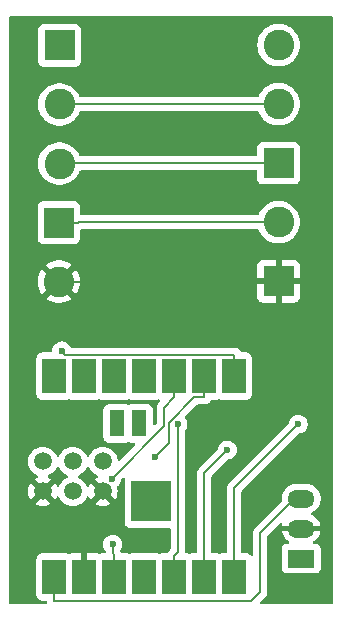
<source format=gbr>
%TF.GenerationSoftware,KiCad,Pcbnew,8.0.6-8.0.6-0~ubuntu24.04.1*%
%TF.CreationDate,2024-10-21T11:40:19+11:00*%
%TF.ProjectId,PCB-Receiver,5043422d-5265-4636-9569-7665722e6b69,rev?*%
%TF.SameCoordinates,Original*%
%TF.FileFunction,Copper,L2,Bot*%
%TF.FilePolarity,Positive*%
%FSLAX46Y46*%
G04 Gerber Fmt 4.6, Leading zero omitted, Abs format (unit mm)*
G04 Created by KiCad (PCBNEW 8.0.6-8.0.6-0~ubuntu24.04.1) date 2024-10-21 11:40:19*
%MOMM*%
%LPD*%
G01*
G04 APERTURE LIST*
%TA.AperFunction,SMDPad,CuDef*%
%ADD10R,2.000000X3.000000*%
%TD*%
%TA.AperFunction,SMDPad,CuDef*%
%ADD11C,1.500000*%
%TD*%
%TA.AperFunction,SMDPad,CuDef*%
%ADD12R,1.300000X2.300000*%
%TD*%
%TA.AperFunction,SMDPad,CuDef*%
%ADD13R,3.500000X3.500000*%
%TD*%
%TA.AperFunction,ComponentPad*%
%ADD14R,2.600000X2.600000*%
%TD*%
%TA.AperFunction,ComponentPad*%
%ADD15C,2.600000*%
%TD*%
%TA.AperFunction,ComponentPad*%
%ADD16O,2.300000X1.500000*%
%TD*%
%TA.AperFunction,ComponentPad*%
%ADD17R,2.300000X1.500000*%
%TD*%
%TA.AperFunction,ViaPad*%
%ADD18C,0.600000*%
%TD*%
%TA.AperFunction,Conductor*%
%ADD19C,0.200000*%
%TD*%
G04 APERTURE END LIST*
D10*
%TO.P,U3,1,PA02_A0_D0*%
%TO.N,unconnected-(U3-PA02_A0_D0-Pad1)*%
X76300000Y-60000000D03*
%TO.P,U3,2,PA4_A1_D1*%
%TO.N,unconnected-(U3-PA4_A1_D1-Pad2)*%
X78840000Y-60000000D03*
%TO.P,U3,3,PA10_A2_D2*%
%TO.N,unconnected-(U3-PA10_A2_D2-Pad3)*%
X81380000Y-60000000D03*
%TO.P,U3,4,PA11_A3_D3*%
%TO.N,unconnected-(U3-PA11_A3_D3-Pad4)*%
X83920000Y-60000000D03*
%TO.P,U3,5,PA8_A4_D4_SDA*%
%TO.N,/LED_STATUS*%
X86460000Y-60000000D03*
%TO.P,U3,6,PA9_A5_D5_SCL*%
%TO.N,/LED_ACT*%
X89000000Y-60000000D03*
%TO.P,U3,7,PB08_A6_D6_TX*%
%TO.N,/CODE*%
X91540000Y-60000000D03*
%TO.P,U3,8,PB09_A7_D7_RX*%
%TO.N,/CTRL_DOWN*%
X91540000Y-77000000D03*
%TO.P,U3,9,PA7_A8_D8_SCK*%
%TO.N,/CTRL_STOP*%
X89000000Y-77000000D03*
%TO.P,U3,10,PA5_A9_D9_MISO*%
%TO.N,/CTRL_UP*%
X86460000Y-77000000D03*
%TO.P,U3,11,PA6_A10_D10_MOSI*%
%TO.N,unconnected-(U3-PA6_A10_D10_MOSI-Pad11)*%
X83920000Y-77000000D03*
%TO.P,U3,12,3V3*%
%TO.N,+3V3*%
X81380000Y-77000000D03*
%TO.P,U3,13,GND*%
%TO.N,GND*%
X78840000Y-77000000D03*
%TO.P,U3,14,5V*%
%TO.N,+5V*%
X76300000Y-77000000D03*
D11*
%TO.P,U3,15,5V*%
%TO.N,unconnected-(U3-5V-Pad15)*%
X75340000Y-67230000D03*
%TO.P,U3,16,GND*%
%TO.N,GND*%
X75340000Y-69770000D03*
%TO.P,U3,17,PA31_SWDIO*%
%TO.N,unconnected-(U3-PA31_SWDIO-Pad17)*%
X77880000Y-67230000D03*
%TO.P,U3,18,PA30_SWCLK*%
%TO.N,unconnected-(U3-PA30_SWCLK-Pad18)*%
X77880000Y-69770000D03*
%TO.P,U3,19,RESET*%
%TO.N,unconnected-(U3-RESET-Pad19)*%
X80420000Y-67230000D03*
%TO.P,U3,20,GND*%
%TO.N,GND*%
X80420000Y-69770000D03*
D12*
%TO.P,U3,21*%
%TO.N,N/C*%
X81620000Y-64000000D03*
%TO.P,U3,22*%
X83520000Y-64000000D03*
D13*
%TO.P,U3,23*%
X84520000Y-70600000D03*
%TD*%
D14*
%TO.P,J5,1,Pin_1*%
%TO.N,GND*%
X95305000Y-51970000D03*
D15*
%TO.P,J5,2,Pin_2*%
%TO.N,/DOWN*%
X95305000Y-46970000D03*
%TD*%
D14*
%TO.P,J3,1,Pin_1*%
%TO.N,+12V*%
X76750000Y-32000000D03*
D15*
%TO.P,J3,2,Pin_2*%
%TO.N,/UP*%
X76750000Y-37000000D03*
%TO.P,J3,3,Pin_3*%
%TO.N,/STOP*%
X76750000Y-42000000D03*
%TD*%
D14*
%TO.P,J1,1,Pin_1*%
%TO.N,/STOP*%
X95305000Y-41970000D03*
D15*
%TO.P,J1,2,Pin_2*%
%TO.N,/UP*%
X95305000Y-36970000D03*
%TO.P,J1,3,Pin_3*%
%TO.N,+12V*%
X95305000Y-31970000D03*
%TD*%
D14*
%TO.P,J2,1,Pin_1*%
%TO.N,/DOWN*%
X76695000Y-47000000D03*
D15*
%TO.P,J2,2,Pin_2*%
%TO.N,GND*%
X76695000Y-52000000D03*
%TD*%
D16*
%TO.P,U2,3,VO*%
%TO.N,+5V*%
X97207500Y-70367000D03*
%TO.P,U2,2,GND*%
%TO.N,GND*%
X97207500Y-72907000D03*
D17*
%TO.P,U2,1,VI*%
%TO.N,Net-(D1-K)*%
X97207500Y-75447000D03*
%TD*%
D18*
%TO.N,GND*%
X73750000Y-78250000D03*
%TO.N,/CODE*%
X76930900Y-57875000D03*
%TO.N,/LED_STATUS*%
X81151300Y-68692500D03*
%TO.N,/LED_ACT*%
X84793000Y-66857200D03*
%TO.N,/CTRL_STOP*%
X90950000Y-66259100D03*
%TO.N,/CTRL_DOWN*%
X96950000Y-64062500D03*
%TO.N,/CTRL_UP*%
X86775000Y-64069600D03*
%TO.N,+3V3*%
X81250000Y-74250000D03*
%TD*%
D19*
%TO.N,+5V*%
X76300000Y-77000000D02*
X76300000Y-79000000D01*
X76300000Y-79000000D02*
X93000000Y-79000000D01*
X93000000Y-79000000D02*
X93750000Y-78250000D01*
X96633000Y-70367000D02*
X97207500Y-70367000D01*
X93750000Y-78250000D02*
X93750000Y-73250000D01*
X93750000Y-73250000D02*
X96633000Y-70367000D01*
%TO.N,+3V3*%
X81250000Y-74250000D02*
X81250000Y-75000000D01*
X81250000Y-75000000D02*
X81380000Y-75130000D01*
X81380000Y-75130000D02*
X81380000Y-77000000D01*
%TO.N,/CODE*%
X77254200Y-58198300D02*
X76930900Y-57875000D01*
X91540000Y-58198300D02*
X77254200Y-58198300D01*
X91540000Y-60000000D02*
X91540000Y-58198300D01*
%TO.N,/LED_STATUS*%
X85579800Y-64264000D02*
X81151300Y-68692500D01*
X85579800Y-62681900D02*
X85579800Y-64264000D01*
X86460000Y-61801700D02*
X85579800Y-62681900D01*
X86460000Y-60000000D02*
X86460000Y-61801700D01*
%TO.N,/LED_ACT*%
X89000000Y-60000000D02*
X89000000Y-61801700D01*
X88149600Y-61801700D02*
X89000000Y-61801700D01*
X85981500Y-63969800D02*
X88149600Y-61801700D01*
X85981500Y-65668700D02*
X85981500Y-63969800D01*
X84793000Y-66857200D02*
X85981500Y-65668700D01*
%TO.N,/CTRL_STOP*%
X89000000Y-68209100D02*
X90950000Y-66259100D01*
X89000000Y-77000000D02*
X89000000Y-68209100D01*
%TO.N,/CTRL_DOWN*%
X91540000Y-69472500D02*
X96950000Y-64062500D01*
X91540000Y-77000000D02*
X91540000Y-69472500D01*
%TO.N,/CTRL_UP*%
X86460000Y-77000000D02*
X86460000Y-75198300D01*
X86775000Y-74883300D02*
X86775000Y-64069600D01*
X86460000Y-75198300D02*
X86775000Y-74883300D01*
%TO.N,/STOP*%
X76780000Y-41970000D02*
X76750000Y-42000000D01*
X95305000Y-41970000D02*
X76780000Y-41970000D01*
%TO.N,/DOWN*%
X78326700Y-46970000D02*
X78296700Y-47000000D01*
X95305000Y-46970000D02*
X78326700Y-46970000D01*
X76695000Y-47000000D02*
X78296700Y-47000000D01*
%TO.N,GND*%
X95305000Y-51970000D02*
X93703300Y-51970000D01*
X93673300Y-52000000D02*
X93703300Y-51970000D01*
X76695000Y-52000000D02*
X93673300Y-52000000D01*
%TO.N,/UP*%
X76780000Y-36970000D02*
X76750000Y-37000000D01*
X95305000Y-36970000D02*
X76780000Y-36970000D01*
%TD*%
%TA.AperFunction,Conductor*%
%TO.N,GND*%
G36*
X99842539Y-29520185D02*
G01*
X99888294Y-29572989D01*
X99899500Y-29624500D01*
X99899500Y-79175500D01*
X99879815Y-79242539D01*
X99827011Y-79288294D01*
X99775500Y-79299500D01*
X93849097Y-79299500D01*
X93782058Y-79279815D01*
X93736303Y-79227011D01*
X93726359Y-79157853D01*
X93755384Y-79094297D01*
X93761416Y-79087819D01*
X93991690Y-78857544D01*
X94118713Y-78730521D01*
X94118716Y-78730520D01*
X94230520Y-78618716D01*
X94280639Y-78531904D01*
X94309577Y-78481785D01*
X94350500Y-78329057D01*
X94350500Y-78170943D01*
X94350500Y-73550097D01*
X94370185Y-73483058D01*
X94386819Y-73462416D01*
X94881141Y-72968094D01*
X95393124Y-72456110D01*
X95454445Y-72422627D01*
X95524137Y-72427611D01*
X95580070Y-72469483D01*
X95604487Y-72534947D01*
X95598734Y-72582110D01*
X95588282Y-72614277D01*
X95588281Y-72614281D01*
X95581516Y-72657000D01*
X96774488Y-72657000D01*
X96741575Y-72714007D01*
X96707500Y-72841174D01*
X96707500Y-72972826D01*
X96741575Y-73099993D01*
X96774488Y-73157000D01*
X95581516Y-73157000D01*
X95588281Y-73199716D01*
X95649081Y-73386837D01*
X95738404Y-73562143D01*
X95854055Y-73721321D01*
X95993177Y-73860443D01*
X96146971Y-73972182D01*
X96189636Y-74027512D01*
X96195615Y-74097126D01*
X96163009Y-74158921D01*
X96102170Y-74193278D01*
X96074087Y-74196500D01*
X96009630Y-74196500D01*
X96009623Y-74196501D01*
X95950016Y-74202908D01*
X95815171Y-74253202D01*
X95815164Y-74253206D01*
X95699955Y-74339452D01*
X95699952Y-74339455D01*
X95613706Y-74454664D01*
X95613702Y-74454671D01*
X95563408Y-74589517D01*
X95557001Y-74649116D01*
X95557001Y-74649123D01*
X95557000Y-74649135D01*
X95557000Y-76244870D01*
X95557001Y-76244876D01*
X95563408Y-76304483D01*
X95613702Y-76439328D01*
X95613706Y-76439335D01*
X95699952Y-76554544D01*
X95699955Y-76554547D01*
X95815164Y-76640793D01*
X95815171Y-76640797D01*
X95950017Y-76691091D01*
X95950016Y-76691091D01*
X95956944Y-76691835D01*
X96009627Y-76697500D01*
X98405372Y-76697499D01*
X98464983Y-76691091D01*
X98599831Y-76640796D01*
X98715046Y-76554546D01*
X98801296Y-76439331D01*
X98851591Y-76304483D01*
X98858000Y-76244873D01*
X98857999Y-74649128D01*
X98851591Y-74589517D01*
X98849235Y-74583201D01*
X98801297Y-74454671D01*
X98801293Y-74454664D01*
X98715047Y-74339455D01*
X98715044Y-74339452D01*
X98599835Y-74253206D01*
X98599828Y-74253202D01*
X98464982Y-74202908D01*
X98464983Y-74202908D01*
X98405383Y-74196501D01*
X98405381Y-74196500D01*
X98405373Y-74196500D01*
X98405365Y-74196500D01*
X98340915Y-74196500D01*
X98273876Y-74176815D01*
X98228121Y-74124011D01*
X98218177Y-74054853D01*
X98247202Y-73991297D01*
X98268029Y-73972182D01*
X98421821Y-73860443D01*
X98421822Y-73860443D01*
X98560944Y-73721321D01*
X98676595Y-73562143D01*
X98765918Y-73386837D01*
X98826718Y-73199716D01*
X98833484Y-73157000D01*
X97640512Y-73157000D01*
X97673425Y-73099993D01*
X97707500Y-72972826D01*
X97707500Y-72841174D01*
X97673425Y-72714007D01*
X97640512Y-72657000D01*
X98833484Y-72657000D01*
X98826718Y-72614283D01*
X98765918Y-72427162D01*
X98676595Y-72251856D01*
X98560944Y-72092678D01*
X98421821Y-71953555D01*
X98262643Y-71837904D01*
X98085735Y-71747765D01*
X98034939Y-71699790D01*
X98018144Y-71631969D01*
X98040681Y-71565835D01*
X98085736Y-71526795D01*
X98087522Y-71525884D01*
X98087525Y-71525884D01*
X98262905Y-71436524D01*
X98422146Y-71320828D01*
X98561328Y-71181646D01*
X98677024Y-71022405D01*
X98766384Y-70847025D01*
X98827209Y-70659826D01*
X98833376Y-70620890D01*
X98858000Y-70465422D01*
X98858000Y-70268577D01*
X98827209Y-70074173D01*
X98766382Y-69886970D01*
X98708105Y-69772596D01*
X98677024Y-69711595D01*
X98561328Y-69552354D01*
X98422146Y-69413172D01*
X98262905Y-69297476D01*
X98256426Y-69294175D01*
X98087529Y-69208117D01*
X97900326Y-69147290D01*
X97705922Y-69116500D01*
X97705917Y-69116500D01*
X96709083Y-69116500D01*
X96709078Y-69116500D01*
X96514673Y-69147290D01*
X96327470Y-69208117D01*
X96152094Y-69297476D01*
X96084461Y-69346615D01*
X95992854Y-69413172D01*
X95992852Y-69413174D01*
X95992851Y-69413174D01*
X95853674Y-69552351D01*
X95853674Y-69552352D01*
X95853672Y-69552354D01*
X95803985Y-69620741D01*
X95737976Y-69711594D01*
X95648617Y-69886970D01*
X95587790Y-70074173D01*
X95557000Y-70268577D01*
X95557000Y-70465421D01*
X95564664Y-70513811D01*
X95555709Y-70583105D01*
X95529872Y-70620890D01*
X93381286Y-72769478D01*
X93269481Y-72881282D01*
X93269479Y-72881285D01*
X93219361Y-72968094D01*
X93219359Y-72968096D01*
X93190425Y-73018209D01*
X93190424Y-73018210D01*
X93190423Y-73018215D01*
X93149499Y-73170943D01*
X93149499Y-73170945D01*
X93149499Y-73339046D01*
X93149500Y-73339059D01*
X93149500Y-75106464D01*
X93129815Y-75173503D01*
X93077011Y-75219258D01*
X93007853Y-75229202D01*
X92944297Y-75200177D01*
X92926234Y-75180776D01*
X92920202Y-75172719D01*
X92897546Y-75142454D01*
X92897544Y-75142453D01*
X92897544Y-75142452D01*
X92782335Y-75056206D01*
X92782328Y-75056202D01*
X92647482Y-75005908D01*
X92647483Y-75005908D01*
X92587883Y-74999501D01*
X92587881Y-74999500D01*
X92587873Y-74999500D01*
X92587865Y-74999500D01*
X92264500Y-74999500D01*
X92197461Y-74979815D01*
X92151706Y-74927011D01*
X92140500Y-74875500D01*
X92140500Y-69772596D01*
X92160185Y-69705557D01*
X92176814Y-69684920D01*
X96968535Y-64893198D01*
X97029856Y-64859715D01*
X97042311Y-64857663D01*
X97129255Y-64847868D01*
X97299522Y-64788289D01*
X97452262Y-64692316D01*
X97579816Y-64564762D01*
X97675789Y-64412022D01*
X97735368Y-64241755D01*
X97746172Y-64145868D01*
X97755565Y-64062503D01*
X97755565Y-64062496D01*
X97735369Y-63883250D01*
X97735368Y-63883245D01*
X97678273Y-63720078D01*
X97675789Y-63712978D01*
X97579816Y-63560238D01*
X97452262Y-63432684D01*
X97299523Y-63336711D01*
X97129254Y-63277131D01*
X97129249Y-63277130D01*
X96950004Y-63256935D01*
X96949996Y-63256935D01*
X96770750Y-63277130D01*
X96770745Y-63277131D01*
X96600476Y-63336711D01*
X96447737Y-63432684D01*
X96320184Y-63560237D01*
X96224210Y-63712978D01*
X96164630Y-63883250D01*
X96154837Y-63970168D01*
X96127770Y-64034582D01*
X96119298Y-64043965D01*
X91171286Y-68991978D01*
X91059481Y-69103782D01*
X91059479Y-69103785D01*
X91019509Y-69173017D01*
X91019508Y-69173018D01*
X91006954Y-69194762D01*
X90980423Y-69240715D01*
X90939499Y-69393443D01*
X90939499Y-69393445D01*
X90939499Y-69561546D01*
X90939500Y-69561559D01*
X90939500Y-74875500D01*
X90919815Y-74942539D01*
X90867011Y-74988294D01*
X90815500Y-74999500D01*
X90492130Y-74999500D01*
X90492123Y-74999501D01*
X90432516Y-75005908D01*
X90313333Y-75050361D01*
X90243641Y-75055345D01*
X90226667Y-75050361D01*
X90107482Y-75005908D01*
X90107483Y-75005908D01*
X90047883Y-74999501D01*
X90047881Y-74999500D01*
X90047873Y-74999500D01*
X90047865Y-74999500D01*
X89724500Y-74999500D01*
X89657461Y-74979815D01*
X89611706Y-74927011D01*
X89600500Y-74875500D01*
X89600500Y-68509196D01*
X89620185Y-68442157D01*
X89636814Y-68421520D01*
X90968535Y-67089798D01*
X91029856Y-67056315D01*
X91042311Y-67054263D01*
X91129255Y-67044468D01*
X91299522Y-66984889D01*
X91452262Y-66888916D01*
X91579816Y-66761362D01*
X91675789Y-66608622D01*
X91735368Y-66438355D01*
X91737084Y-66423124D01*
X91755565Y-66259103D01*
X91755565Y-66259096D01*
X91735369Y-66079850D01*
X91735368Y-66079845D01*
X91675788Y-65909576D01*
X91579815Y-65756837D01*
X91452262Y-65629284D01*
X91299523Y-65533311D01*
X91129254Y-65473731D01*
X91129249Y-65473730D01*
X90950004Y-65453535D01*
X90949996Y-65453535D01*
X90770750Y-65473730D01*
X90770745Y-65473731D01*
X90600476Y-65533311D01*
X90447737Y-65629284D01*
X90320184Y-65756837D01*
X90224210Y-65909578D01*
X90164630Y-66079850D01*
X90154837Y-66166768D01*
X90127770Y-66231182D01*
X90119298Y-66240565D01*
X88631286Y-67728578D01*
X88519481Y-67840382D01*
X88519479Y-67840385D01*
X88469361Y-67927194D01*
X88469359Y-67927196D01*
X88440425Y-67977309D01*
X88440424Y-67977310D01*
X88440423Y-67977315D01*
X88399499Y-68130043D01*
X88399499Y-68130045D01*
X88399499Y-68298146D01*
X88399500Y-68298159D01*
X88399500Y-74875500D01*
X88379815Y-74942539D01*
X88327011Y-74988294D01*
X88275500Y-74999500D01*
X87952130Y-74999500D01*
X87952123Y-74999501D01*
X87892516Y-75005908D01*
X87773333Y-75050361D01*
X87703641Y-75055345D01*
X87686667Y-75050361D01*
X87567482Y-75005908D01*
X87567483Y-75005908D01*
X87507883Y-74999501D01*
X87507881Y-74999500D01*
X87507873Y-74999500D01*
X87507865Y-74999500D01*
X87499500Y-74999500D01*
X87432461Y-74979815D01*
X87386706Y-74927011D01*
X87375500Y-74875500D01*
X87375500Y-64652012D01*
X87395185Y-64584973D01*
X87402555Y-64574697D01*
X87404810Y-64571867D01*
X87404816Y-64571862D01*
X87500789Y-64419122D01*
X87560368Y-64248855D01*
X87571972Y-64145868D01*
X87580565Y-64069603D01*
X87580565Y-64069596D01*
X87560369Y-63890350D01*
X87560368Y-63890345D01*
X87500788Y-63720076D01*
X87404815Y-63567337D01*
X87400475Y-63561895D01*
X87402020Y-63560662D01*
X87373202Y-63507886D01*
X87378186Y-63438194D01*
X87406687Y-63393847D01*
X88362016Y-62438519D01*
X88423339Y-62405034D01*
X88449697Y-62402200D01*
X89079055Y-62402200D01*
X89079057Y-62402200D01*
X89231784Y-62361277D01*
X89368716Y-62282220D01*
X89480520Y-62170416D01*
X89542825Y-62062498D01*
X89593391Y-62014284D01*
X89650212Y-62000499D01*
X90047871Y-62000499D01*
X90047872Y-62000499D01*
X90107483Y-61994091D01*
X90226667Y-61949637D01*
X90296358Y-61944654D01*
X90313329Y-61949636D01*
X90432517Y-61994091D01*
X90432516Y-61994091D01*
X90439444Y-61994835D01*
X90492127Y-62000500D01*
X92587872Y-62000499D01*
X92647483Y-61994091D01*
X92782331Y-61943796D01*
X92897546Y-61857546D01*
X92983796Y-61742331D01*
X93034091Y-61607483D01*
X93040500Y-61547873D01*
X93040499Y-58452128D01*
X93034091Y-58392517D01*
X92983796Y-58257669D01*
X92983795Y-58257668D01*
X92983793Y-58257664D01*
X92897547Y-58142455D01*
X92897544Y-58142452D01*
X92782335Y-58056206D01*
X92782328Y-58056202D01*
X92647482Y-58005908D01*
X92647483Y-58005908D01*
X92587883Y-57999501D01*
X92587881Y-57999500D01*
X92587873Y-57999500D01*
X92587865Y-57999500D01*
X92190212Y-57999500D01*
X92123173Y-57979815D01*
X92082825Y-57937499D01*
X92020524Y-57829590D01*
X92020518Y-57829582D01*
X91908717Y-57717781D01*
X91908709Y-57717775D01*
X91771790Y-57638726D01*
X91771786Y-57638724D01*
X91771784Y-57638723D01*
X91619057Y-57597800D01*
X91619056Y-57597800D01*
X77769432Y-57597800D01*
X77702393Y-57578115D01*
X77660815Y-57531109D01*
X77660394Y-57531374D01*
X77658787Y-57528816D01*
X77657710Y-57527599D01*
X77656690Y-57525482D01*
X77656689Y-57525478D01*
X77560716Y-57372738D01*
X77433162Y-57245184D01*
X77280423Y-57149211D01*
X77110154Y-57089631D01*
X77110149Y-57089630D01*
X76930904Y-57069435D01*
X76930896Y-57069435D01*
X76751650Y-57089630D01*
X76751645Y-57089631D01*
X76581376Y-57149211D01*
X76428637Y-57245184D01*
X76301084Y-57372737D01*
X76205111Y-57525476D01*
X76145531Y-57695745D01*
X76145530Y-57695750D01*
X76125335Y-57874996D01*
X76125335Y-57875500D01*
X76125242Y-57875813D01*
X76124555Y-57881919D01*
X76123485Y-57881798D01*
X76105650Y-57942539D01*
X76052846Y-57988294D01*
X76001335Y-57999500D01*
X75252129Y-57999500D01*
X75252123Y-57999501D01*
X75192516Y-58005908D01*
X75057671Y-58056202D01*
X75057664Y-58056206D01*
X74942455Y-58142452D01*
X74942452Y-58142455D01*
X74856206Y-58257664D01*
X74856202Y-58257671D01*
X74805908Y-58392517D01*
X74799501Y-58452116D01*
X74799501Y-58452123D01*
X74799500Y-58452135D01*
X74799500Y-61547870D01*
X74799501Y-61547876D01*
X74805908Y-61607483D01*
X74856202Y-61742328D01*
X74856206Y-61742335D01*
X74942452Y-61857544D01*
X74942455Y-61857547D01*
X75057664Y-61943793D01*
X75057671Y-61943797D01*
X75192517Y-61994091D01*
X75192516Y-61994091D01*
X75199444Y-61994835D01*
X75252127Y-62000500D01*
X77347872Y-62000499D01*
X77407483Y-61994091D01*
X77526667Y-61949637D01*
X77596358Y-61944654D01*
X77613329Y-61949636D01*
X77732517Y-61994091D01*
X77732516Y-61994091D01*
X77739444Y-61994835D01*
X77792127Y-62000500D01*
X79887872Y-62000499D01*
X79947483Y-61994091D01*
X80066667Y-61949637D01*
X80136358Y-61944654D01*
X80153329Y-61949636D01*
X80272517Y-61994091D01*
X80272516Y-61994091D01*
X80279444Y-61994835D01*
X80332127Y-62000500D01*
X82427872Y-62000499D01*
X82487483Y-61994091D01*
X82606667Y-61949637D01*
X82676358Y-61944654D01*
X82693329Y-61949636D01*
X82812517Y-61994091D01*
X82812516Y-61994091D01*
X82819444Y-61994835D01*
X82872127Y-62000500D01*
X84967872Y-62000499D01*
X85027483Y-61994091D01*
X85116816Y-61960771D01*
X85186505Y-61955788D01*
X85247828Y-61989272D01*
X85281313Y-62050595D01*
X85276329Y-62120287D01*
X85247829Y-62164634D01*
X85211087Y-62201377D01*
X85211086Y-62201378D01*
X85099281Y-62313182D01*
X85099277Y-62313187D01*
X85078314Y-62349499D01*
X85078313Y-62349501D01*
X85020223Y-62450115D01*
X84979299Y-62602843D01*
X84979299Y-62602845D01*
X84979299Y-62770946D01*
X84979300Y-62770959D01*
X84979300Y-63963901D01*
X84959615Y-64030940D01*
X84942981Y-64051582D01*
X84882180Y-64112383D01*
X84820857Y-64145868D01*
X84751165Y-64140884D01*
X84695232Y-64099012D01*
X84670815Y-64033548D01*
X84670499Y-64024702D01*
X84670499Y-62802129D01*
X84670498Y-62802123D01*
X84670497Y-62802116D01*
X84664091Y-62742517D01*
X84613796Y-62607669D01*
X84613795Y-62607668D01*
X84613793Y-62607664D01*
X84527547Y-62492455D01*
X84527544Y-62492452D01*
X84412335Y-62406206D01*
X84412328Y-62406202D01*
X84277482Y-62355908D01*
X84277483Y-62355908D01*
X84217883Y-62349501D01*
X84217881Y-62349500D01*
X84217873Y-62349500D01*
X84217864Y-62349500D01*
X82822129Y-62349500D01*
X82822123Y-62349501D01*
X82762516Y-62355908D01*
X82619359Y-62409303D01*
X82618714Y-62407575D01*
X82561147Y-62420095D01*
X82521011Y-62408310D01*
X82520641Y-62409303D01*
X82377482Y-62355908D01*
X82377483Y-62355908D01*
X82317883Y-62349501D01*
X82317881Y-62349500D01*
X82317873Y-62349500D01*
X82317864Y-62349500D01*
X80922129Y-62349500D01*
X80922123Y-62349501D01*
X80862516Y-62355908D01*
X80727671Y-62406202D01*
X80727664Y-62406206D01*
X80612455Y-62492452D01*
X80612452Y-62492455D01*
X80526206Y-62607664D01*
X80526202Y-62607671D01*
X80475908Y-62742517D01*
X80469501Y-62802116D01*
X80469501Y-62802123D01*
X80469500Y-62802135D01*
X80469500Y-65197870D01*
X80469501Y-65197876D01*
X80475908Y-65257483D01*
X80526202Y-65392328D01*
X80526206Y-65392335D01*
X80612452Y-65507544D01*
X80612455Y-65507547D01*
X80727664Y-65593793D01*
X80727671Y-65593797D01*
X80862517Y-65644091D01*
X80862516Y-65644091D01*
X80869444Y-65644835D01*
X80922127Y-65650500D01*
X82317872Y-65650499D01*
X82377483Y-65644091D01*
X82512331Y-65593796D01*
X82512333Y-65593794D01*
X82520640Y-65590696D01*
X82521285Y-65592426D01*
X82578837Y-65579902D01*
X82618988Y-65591691D01*
X82619360Y-65590696D01*
X82627666Y-65593794D01*
X82627669Y-65593796D01*
X82762517Y-65644091D01*
X82822127Y-65650500D01*
X83044701Y-65650499D01*
X83111740Y-65670183D01*
X83157495Y-65722987D01*
X83167439Y-65792145D01*
X83138414Y-65855701D01*
X83132382Y-65862180D01*
X81870493Y-67124070D01*
X81809170Y-67157555D01*
X81739478Y-67152571D01*
X81683545Y-67110699D01*
X81659284Y-67047196D01*
X81658344Y-67036450D01*
X81656207Y-67012023D01*
X81599575Y-66800670D01*
X81507102Y-66602362D01*
X81507100Y-66602359D01*
X81507099Y-66602357D01*
X81381599Y-66423124D01*
X81381596Y-66423121D01*
X81226877Y-66268402D01*
X81047639Y-66142898D01*
X81047640Y-66142898D01*
X81047638Y-66142897D01*
X80893204Y-66070884D01*
X80849330Y-66050425D01*
X80849326Y-66050424D01*
X80849322Y-66050422D01*
X80637977Y-65993793D01*
X80420002Y-65974723D01*
X80419998Y-65974723D01*
X80274682Y-65987436D01*
X80202023Y-65993793D01*
X80202020Y-65993793D01*
X79990677Y-66050422D01*
X79990668Y-66050426D01*
X79792361Y-66142898D01*
X79792357Y-66142900D01*
X79613121Y-66268402D01*
X79458402Y-66423121D01*
X79332900Y-66602357D01*
X79332898Y-66602361D01*
X79262382Y-66753583D01*
X79216209Y-66806022D01*
X79149016Y-66825174D01*
X79082135Y-66804958D01*
X79037618Y-66753583D01*
X78973205Y-66615450D01*
X78967102Y-66602362D01*
X78967100Y-66602359D01*
X78967099Y-66602357D01*
X78841599Y-66423124D01*
X78841596Y-66423121D01*
X78686877Y-66268402D01*
X78507639Y-66142898D01*
X78507640Y-66142898D01*
X78507638Y-66142897D01*
X78353204Y-66070884D01*
X78309330Y-66050425D01*
X78309326Y-66050424D01*
X78309322Y-66050422D01*
X78097977Y-65993793D01*
X77880002Y-65974723D01*
X77879998Y-65974723D01*
X77734682Y-65987436D01*
X77662023Y-65993793D01*
X77662020Y-65993793D01*
X77450677Y-66050422D01*
X77450668Y-66050426D01*
X77252361Y-66142898D01*
X77252357Y-66142900D01*
X77073121Y-66268402D01*
X76918402Y-66423121D01*
X76792900Y-66602357D01*
X76792898Y-66602361D01*
X76722382Y-66753583D01*
X76676209Y-66806022D01*
X76609016Y-66825174D01*
X76542135Y-66804958D01*
X76497618Y-66753583D01*
X76433205Y-66615450D01*
X76427102Y-66602362D01*
X76427100Y-66602359D01*
X76427099Y-66602357D01*
X76301599Y-66423124D01*
X76301596Y-66423121D01*
X76146877Y-66268402D01*
X75967639Y-66142898D01*
X75967640Y-66142898D01*
X75967638Y-66142897D01*
X75813204Y-66070884D01*
X75769330Y-66050425D01*
X75769326Y-66050424D01*
X75769322Y-66050422D01*
X75557977Y-65993793D01*
X75340002Y-65974723D01*
X75339998Y-65974723D01*
X75194682Y-65987436D01*
X75122023Y-65993793D01*
X75122020Y-65993793D01*
X74910677Y-66050422D01*
X74910668Y-66050426D01*
X74712361Y-66142898D01*
X74712357Y-66142900D01*
X74533121Y-66268402D01*
X74378402Y-66423121D01*
X74252900Y-66602357D01*
X74252898Y-66602361D01*
X74160426Y-66800668D01*
X74160422Y-66800677D01*
X74103793Y-67012020D01*
X74103793Y-67012024D01*
X74084723Y-67229997D01*
X74084723Y-67230002D01*
X74103793Y-67447975D01*
X74103793Y-67447979D01*
X74160422Y-67659322D01*
X74160424Y-67659326D01*
X74160425Y-67659330D01*
X74162027Y-67662765D01*
X74252897Y-67857638D01*
X74252898Y-67857639D01*
X74378402Y-68036877D01*
X74533123Y-68191598D01*
X74685289Y-68298146D01*
X74712361Y-68317102D01*
X74864175Y-68387894D01*
X74916614Y-68434066D01*
X74935766Y-68501260D01*
X74915550Y-68568141D01*
X74864175Y-68612658D01*
X74712613Y-68683333D01*
X74650428Y-68726874D01*
X75340000Y-69416446D01*
X75340001Y-69416446D01*
X76029571Y-68726874D01*
X75967387Y-68683333D01*
X75815824Y-68612658D01*
X75763385Y-68566486D01*
X75744233Y-68499292D01*
X75764449Y-68432411D01*
X75815822Y-68387895D01*
X75967639Y-68317102D01*
X76146877Y-68191598D01*
X76301598Y-68036877D01*
X76427102Y-67857639D01*
X76497618Y-67706414D01*
X76543790Y-67653977D01*
X76610984Y-67634825D01*
X76677865Y-67655041D01*
X76722381Y-67706414D01*
X76792898Y-67857639D01*
X76918402Y-68036877D01*
X77073123Y-68191598D01*
X77225289Y-68298146D01*
X77252361Y-68317102D01*
X77403583Y-68387618D01*
X77456022Y-68433790D01*
X77475174Y-68500984D01*
X77454958Y-68567865D01*
X77403583Y-68612382D01*
X77252361Y-68682898D01*
X77252357Y-68682900D01*
X77073121Y-68808402D01*
X76918402Y-68963121D01*
X76792900Y-69142357D01*
X76792900Y-69142358D01*
X76792898Y-69142361D01*
X76792898Y-69142362D01*
X76790600Y-69147290D01*
X76722105Y-69294176D01*
X76675932Y-69346615D01*
X76608738Y-69365766D01*
X76541857Y-69345550D01*
X76497341Y-69294175D01*
X76426667Y-69142614D01*
X76426666Y-69142612D01*
X76383124Y-69080428D01*
X76383124Y-69080427D01*
X75693553Y-69769999D01*
X75693553Y-69770000D01*
X76383124Y-70459570D01*
X76426666Y-70397388D01*
X76497340Y-70245825D01*
X76543512Y-70193386D01*
X76610706Y-70174233D01*
X76677587Y-70194448D01*
X76722105Y-70245824D01*
X76792897Y-70397638D01*
X76792898Y-70397639D01*
X76918402Y-70576877D01*
X77073123Y-70731598D01*
X77252361Y-70857102D01*
X77450670Y-70949575D01*
X77662023Y-71006207D01*
X77844926Y-71022208D01*
X77879998Y-71025277D01*
X77880000Y-71025277D01*
X77880002Y-71025277D01*
X77912828Y-71022405D01*
X78097977Y-71006207D01*
X78309330Y-70949575D01*
X78507639Y-70857102D01*
X78570446Y-70813124D01*
X79730427Y-70813124D01*
X79792612Y-70856666D01*
X79990840Y-70949101D01*
X79990849Y-70949105D01*
X80202105Y-71005710D01*
X80202115Y-71005712D01*
X80419999Y-71024775D01*
X80420001Y-71024775D01*
X80637884Y-71005712D01*
X80637894Y-71005710D01*
X80849150Y-70949105D01*
X80849164Y-70949100D01*
X81047383Y-70856669D01*
X81047385Y-70856668D01*
X81109571Y-70813124D01*
X80420001Y-70123553D01*
X80420000Y-70123553D01*
X79730427Y-70813124D01*
X78570446Y-70813124D01*
X78686877Y-70731598D01*
X78841598Y-70576877D01*
X78967102Y-70397639D01*
X79037895Y-70245822D01*
X79084066Y-70193385D01*
X79151260Y-70174233D01*
X79218141Y-70194449D01*
X79262658Y-70245824D01*
X79333333Y-70397387D01*
X79376874Y-70459571D01*
X80066446Y-69770000D01*
X79376874Y-69080428D01*
X79333333Y-69142613D01*
X79262658Y-69294175D01*
X79216485Y-69346614D01*
X79149292Y-69365766D01*
X79082411Y-69345550D01*
X79037894Y-69294175D01*
X78997764Y-69208117D01*
X78967102Y-69142362D01*
X78967099Y-69142358D01*
X78967099Y-69142357D01*
X78841599Y-68963124D01*
X78841596Y-68963121D01*
X78686877Y-68808402D01*
X78507639Y-68682898D01*
X78356414Y-68612381D01*
X78303977Y-68566210D01*
X78284825Y-68499016D01*
X78305041Y-68432135D01*
X78356414Y-68387618D01*
X78507639Y-68317102D01*
X78686877Y-68191598D01*
X78841598Y-68036877D01*
X78967102Y-67857639D01*
X79037618Y-67706414D01*
X79083790Y-67653977D01*
X79150984Y-67634825D01*
X79217865Y-67655041D01*
X79262381Y-67706414D01*
X79332898Y-67857639D01*
X79458402Y-68036877D01*
X79613123Y-68191598D01*
X79765289Y-68298146D01*
X79792361Y-68317102D01*
X79944175Y-68387894D01*
X79996614Y-68434066D01*
X80015766Y-68501260D01*
X79995550Y-68568141D01*
X79944175Y-68612658D01*
X79792613Y-68683333D01*
X79730427Y-68726874D01*
X80420000Y-69416447D01*
X81463124Y-70459570D01*
X81506668Y-70397385D01*
X81506669Y-70397383D01*
X81599100Y-70199164D01*
X81599105Y-70199150D01*
X81655710Y-69987894D01*
X81655712Y-69987884D01*
X81674775Y-69770000D01*
X81674775Y-69769999D01*
X81655712Y-69552115D01*
X81655711Y-69552109D01*
X81625225Y-69438334D01*
X81626888Y-69368484D01*
X81657319Y-69318559D01*
X81681703Y-69294175D01*
X81781116Y-69194762D01*
X81877089Y-69042022D01*
X81936668Y-68871755D01*
X81946461Y-68784829D01*
X81973526Y-68720418D01*
X81981990Y-68711043D01*
X82067812Y-68625221D01*
X82129133Y-68591738D01*
X82198825Y-68596722D01*
X82254758Y-68638594D01*
X82279175Y-68704058D01*
X82276701Y-68734800D01*
X82276738Y-68734804D01*
X82276592Y-68736156D01*
X82276170Y-68741409D01*
X82275909Y-68742513D01*
X82269501Y-68802116D01*
X82269500Y-68802135D01*
X82269500Y-72397870D01*
X82269501Y-72397876D01*
X82275908Y-72457483D01*
X82326202Y-72592328D01*
X82326206Y-72592335D01*
X82412452Y-72707544D01*
X82412455Y-72707547D01*
X82527664Y-72793793D01*
X82527671Y-72793797D01*
X82662517Y-72844091D01*
X82662516Y-72844091D01*
X82669444Y-72844835D01*
X82722127Y-72850500D01*
X86050500Y-72850499D01*
X86117539Y-72870184D01*
X86163294Y-72922988D01*
X86174500Y-72974499D01*
X86174500Y-74583201D01*
X86154815Y-74650240D01*
X86138181Y-74670882D01*
X86091286Y-74717777D01*
X86091284Y-74717780D01*
X85979481Y-74829582D01*
X85979479Y-74829584D01*
X85959095Y-74864891D01*
X85950479Y-74879816D01*
X85926737Y-74920939D01*
X85917175Y-74937500D01*
X85866608Y-74985716D01*
X85809788Y-74999500D01*
X85412129Y-74999500D01*
X85412123Y-74999501D01*
X85352516Y-75005908D01*
X85233333Y-75050361D01*
X85163641Y-75055345D01*
X85146667Y-75050361D01*
X85027482Y-75005908D01*
X85027483Y-75005908D01*
X84967883Y-74999501D01*
X84967881Y-74999500D01*
X84967873Y-74999500D01*
X84967864Y-74999500D01*
X82872129Y-74999500D01*
X82872123Y-74999501D01*
X82812516Y-75005908D01*
X82693333Y-75050361D01*
X82623641Y-75055345D01*
X82606667Y-75050361D01*
X82487482Y-75005908D01*
X82487483Y-75005908D01*
X82427883Y-74999501D01*
X82427881Y-74999500D01*
X82427873Y-74999500D01*
X82427865Y-74999500D01*
X82061864Y-74999500D01*
X81994825Y-74979815D01*
X81949070Y-74927011D01*
X81942089Y-74907592D01*
X81939577Y-74898217D01*
X81939575Y-74898213D01*
X81904403Y-74837293D01*
X81887930Y-74769393D01*
X81906795Y-74709324D01*
X81975789Y-74599522D01*
X82035368Y-74429255D01*
X82045486Y-74339454D01*
X82055565Y-74250003D01*
X82055565Y-74249996D01*
X82035369Y-74070750D01*
X82035368Y-74070745D01*
X81975788Y-73900476D01*
X81879815Y-73747737D01*
X81752262Y-73620184D01*
X81599523Y-73524211D01*
X81429254Y-73464631D01*
X81429249Y-73464630D01*
X81250004Y-73444435D01*
X81249996Y-73444435D01*
X81070750Y-73464630D01*
X81070745Y-73464631D01*
X80900476Y-73524211D01*
X80747737Y-73620184D01*
X80620184Y-73747737D01*
X80524211Y-73900476D01*
X80464631Y-74070745D01*
X80464630Y-74070750D01*
X80444435Y-74249996D01*
X80444435Y-74250003D01*
X80464630Y-74429249D01*
X80464631Y-74429254D01*
X80524211Y-74599523D01*
X80620185Y-74752263D01*
X80622445Y-74755097D01*
X80623334Y-74757275D01*
X80623889Y-74758158D01*
X80623734Y-74758255D01*
X80648855Y-74819783D01*
X80649500Y-74832412D01*
X80649500Y-74875500D01*
X80629815Y-74942539D01*
X80577011Y-74988294D01*
X80525501Y-74999500D01*
X80332130Y-74999500D01*
X80332123Y-74999501D01*
X80272515Y-75005909D01*
X80152617Y-75050627D01*
X80082925Y-75055611D01*
X80065953Y-75050627D01*
X79947382Y-75006403D01*
X79947372Y-75006401D01*
X79887844Y-75000000D01*
X79090000Y-75000000D01*
X79090000Y-77126000D01*
X79070315Y-77193039D01*
X79017511Y-77238794D01*
X78966000Y-77250000D01*
X78714000Y-77250000D01*
X78646961Y-77230315D01*
X78601206Y-77177511D01*
X78590000Y-77126000D01*
X78590000Y-75000000D01*
X77792155Y-75000000D01*
X77732627Y-75006401D01*
X77732619Y-75006403D01*
X77614046Y-75050628D01*
X77544354Y-75055612D01*
X77527384Y-75050629D01*
X77457356Y-75024510D01*
X77407481Y-75005908D01*
X77407483Y-75005908D01*
X77347883Y-74999501D01*
X77347881Y-74999500D01*
X77347873Y-74999500D01*
X77347864Y-74999500D01*
X75252129Y-74999500D01*
X75252123Y-74999501D01*
X75192516Y-75005908D01*
X75057671Y-75056202D01*
X75057664Y-75056206D01*
X74942455Y-75142452D01*
X74942452Y-75142455D01*
X74856206Y-75257664D01*
X74856202Y-75257671D01*
X74805908Y-75392517D01*
X74799501Y-75452116D01*
X74799500Y-75452135D01*
X74799500Y-78547870D01*
X74799501Y-78547876D01*
X74805908Y-78607483D01*
X74856202Y-78742328D01*
X74856206Y-78742335D01*
X74942452Y-78857544D01*
X74942455Y-78857547D01*
X75057664Y-78943793D01*
X75057671Y-78943797D01*
X75102618Y-78960561D01*
X75192517Y-78994091D01*
X75252127Y-79000500D01*
X75583302Y-79000499D01*
X75650341Y-79020183D01*
X75696096Y-79072987D01*
X75703075Y-79092400D01*
X75716742Y-79143408D01*
X75715080Y-79213256D01*
X75675918Y-79271118D01*
X75611690Y-79298623D01*
X75596968Y-79299500D01*
X72624500Y-79299500D01*
X72557461Y-79279815D01*
X72511706Y-79227011D01*
X72500500Y-79175500D01*
X72500500Y-70813124D01*
X74650427Y-70813124D01*
X74712612Y-70856666D01*
X74910840Y-70949101D01*
X74910849Y-70949105D01*
X75122105Y-71005710D01*
X75122115Y-71005712D01*
X75339999Y-71024775D01*
X75340001Y-71024775D01*
X75557884Y-71005712D01*
X75557894Y-71005710D01*
X75769150Y-70949105D01*
X75769164Y-70949100D01*
X75967383Y-70856669D01*
X75967385Y-70856668D01*
X76029571Y-70813124D01*
X75340001Y-70123553D01*
X75340000Y-70123553D01*
X74650427Y-70813124D01*
X72500500Y-70813124D01*
X72500500Y-69769999D01*
X74085225Y-69769999D01*
X74085225Y-69770000D01*
X74104287Y-69987884D01*
X74104289Y-69987894D01*
X74160894Y-70199150D01*
X74160898Y-70199159D01*
X74253333Y-70397387D01*
X74296874Y-70459571D01*
X74986446Y-69770000D01*
X74296874Y-69080428D01*
X74253333Y-69142613D01*
X74160898Y-69340840D01*
X74160894Y-69340849D01*
X74104289Y-69552105D01*
X74104287Y-69552115D01*
X74085225Y-69769999D01*
X72500500Y-69769999D01*
X72500500Y-51999995D01*
X74889953Y-51999995D01*
X74889953Y-52000004D01*
X74910113Y-52269026D01*
X74910113Y-52269028D01*
X74970142Y-52532033D01*
X74970148Y-52532052D01*
X75068709Y-52783181D01*
X75068708Y-52783181D01*
X75203602Y-53016822D01*
X75257294Y-53084151D01*
X75257295Y-53084151D01*
X76093958Y-52247488D01*
X76118978Y-52307890D01*
X76190112Y-52414351D01*
X76280649Y-52504888D01*
X76387110Y-52576022D01*
X76447510Y-52601041D01*
X75609848Y-53438702D01*
X75792483Y-53563220D01*
X75792485Y-53563221D01*
X76035539Y-53680269D01*
X76035537Y-53680269D01*
X76293337Y-53759790D01*
X76293343Y-53759792D01*
X76560101Y-53799999D01*
X76560110Y-53800000D01*
X76829890Y-53800000D01*
X76829898Y-53799999D01*
X77096656Y-53759792D01*
X77096662Y-53759790D01*
X77354461Y-53680269D01*
X77597521Y-53563218D01*
X77780150Y-53438702D01*
X76942488Y-52601041D01*
X77002890Y-52576022D01*
X77109351Y-52504888D01*
X77199888Y-52414351D01*
X77271022Y-52307890D01*
X77296041Y-52247488D01*
X78132703Y-53084151D01*
X78132704Y-53084150D01*
X78186393Y-53016828D01*
X78186400Y-53016817D01*
X78321290Y-52783181D01*
X78419851Y-52532052D01*
X78419857Y-52532033D01*
X78479886Y-52269028D01*
X78479886Y-52269026D01*
X78500047Y-52000004D01*
X78500047Y-51999995D01*
X78479886Y-51730973D01*
X78479886Y-51730971D01*
X78419857Y-51467966D01*
X78419851Y-51467947D01*
X78321290Y-51216818D01*
X78321291Y-51216818D01*
X78186397Y-50983177D01*
X78132704Y-50915847D01*
X77296041Y-51752510D01*
X77271022Y-51692110D01*
X77199888Y-51585649D01*
X77109351Y-51495112D01*
X77002890Y-51423978D01*
X76942488Y-51398958D01*
X77719291Y-50622155D01*
X93505000Y-50622155D01*
X93505000Y-51720000D01*
X94704999Y-51720000D01*
X94679979Y-51780402D01*
X94655000Y-51905981D01*
X94655000Y-52034019D01*
X94679979Y-52159598D01*
X94704999Y-52220000D01*
X93505000Y-52220000D01*
X93505000Y-53317844D01*
X93511401Y-53377372D01*
X93511403Y-53377379D01*
X93561645Y-53512086D01*
X93561649Y-53512093D01*
X93647809Y-53627187D01*
X93647812Y-53627190D01*
X93762906Y-53713350D01*
X93762913Y-53713354D01*
X93897620Y-53763596D01*
X93897627Y-53763598D01*
X93957155Y-53769999D01*
X93957172Y-53770000D01*
X95055000Y-53770000D01*
X95055000Y-52570001D01*
X95115402Y-52595021D01*
X95240981Y-52620000D01*
X95369019Y-52620000D01*
X95494598Y-52595021D01*
X95555000Y-52570001D01*
X95555000Y-53770000D01*
X96652828Y-53770000D01*
X96652844Y-53769999D01*
X96712372Y-53763598D01*
X96712379Y-53763596D01*
X96847086Y-53713354D01*
X96847093Y-53713350D01*
X96962187Y-53627190D01*
X96962190Y-53627187D01*
X97048350Y-53512093D01*
X97048354Y-53512086D01*
X97098596Y-53377379D01*
X97098598Y-53377372D01*
X97104999Y-53317844D01*
X97105000Y-53317827D01*
X97105000Y-52220000D01*
X95905001Y-52220000D01*
X95930021Y-52159598D01*
X95955000Y-52034019D01*
X95955000Y-51905981D01*
X95930021Y-51780402D01*
X95905001Y-51720000D01*
X97105000Y-51720000D01*
X97105000Y-50622172D01*
X97104999Y-50622155D01*
X97098598Y-50562627D01*
X97098596Y-50562620D01*
X97048354Y-50427913D01*
X97048350Y-50427906D01*
X96962190Y-50312812D01*
X96962187Y-50312809D01*
X96847093Y-50226649D01*
X96847086Y-50226645D01*
X96712379Y-50176403D01*
X96712372Y-50176401D01*
X96652844Y-50170000D01*
X95555000Y-50170000D01*
X95555000Y-51369998D01*
X95494598Y-51344979D01*
X95369019Y-51320000D01*
X95240981Y-51320000D01*
X95115402Y-51344979D01*
X95055000Y-51369998D01*
X95055000Y-50170000D01*
X93957155Y-50170000D01*
X93897627Y-50176401D01*
X93897620Y-50176403D01*
X93762913Y-50226645D01*
X93762906Y-50226649D01*
X93647812Y-50312809D01*
X93647809Y-50312812D01*
X93561649Y-50427906D01*
X93561645Y-50427913D01*
X93511403Y-50562620D01*
X93511401Y-50562627D01*
X93505000Y-50622155D01*
X77719291Y-50622155D01*
X77780150Y-50561296D01*
X77597517Y-50436779D01*
X77597516Y-50436778D01*
X77354460Y-50319730D01*
X77354462Y-50319730D01*
X77096662Y-50240209D01*
X77096656Y-50240207D01*
X76829898Y-50200000D01*
X76560101Y-50200000D01*
X76293343Y-50240207D01*
X76293337Y-50240209D01*
X76035538Y-50319730D01*
X75792485Y-50436778D01*
X75792476Y-50436783D01*
X75609848Y-50561296D01*
X76447511Y-51398958D01*
X76387110Y-51423978D01*
X76280649Y-51495112D01*
X76190112Y-51585649D01*
X76118978Y-51692110D01*
X76093958Y-51752510D01*
X75257295Y-50915848D01*
X75203600Y-50983180D01*
X75068709Y-51216818D01*
X74970148Y-51467947D01*
X74970142Y-51467966D01*
X74910113Y-51730971D01*
X74910113Y-51730973D01*
X74889953Y-51999995D01*
X72500500Y-51999995D01*
X72500500Y-45652135D01*
X74894500Y-45652135D01*
X74894500Y-48347870D01*
X74894501Y-48347876D01*
X74900908Y-48407483D01*
X74951202Y-48542328D01*
X74951206Y-48542335D01*
X75037452Y-48657544D01*
X75037455Y-48657547D01*
X75152664Y-48743793D01*
X75152671Y-48743797D01*
X75287517Y-48794091D01*
X75287516Y-48794091D01*
X75294444Y-48794835D01*
X75347127Y-48800500D01*
X78042872Y-48800499D01*
X78102483Y-48794091D01*
X78237331Y-48743796D01*
X78352546Y-48657546D01*
X78438796Y-48542331D01*
X78489091Y-48407483D01*
X78495500Y-48347873D01*
X78495500Y-47694500D01*
X78515185Y-47627461D01*
X78567989Y-47581706D01*
X78619500Y-47570500D01*
X93521933Y-47570500D01*
X93588972Y-47590185D01*
X93634727Y-47642989D01*
X93637361Y-47649198D01*
X93678254Y-47753392D01*
X93678256Y-47753396D01*
X93678257Y-47753398D01*
X93813185Y-47987102D01*
X93949080Y-48157509D01*
X93981442Y-48198089D01*
X94142862Y-48347864D01*
X94179259Y-48381635D01*
X94402226Y-48533651D01*
X94645359Y-48650738D01*
X94903228Y-48730280D01*
X94903229Y-48730280D01*
X94903232Y-48730281D01*
X95170063Y-48770499D01*
X95170068Y-48770499D01*
X95170071Y-48770500D01*
X95170072Y-48770500D01*
X95439928Y-48770500D01*
X95439929Y-48770500D01*
X95439936Y-48770499D01*
X95706767Y-48730281D01*
X95706768Y-48730280D01*
X95706772Y-48730280D01*
X95964641Y-48650738D01*
X96156765Y-48558216D01*
X96207767Y-48533655D01*
X96207767Y-48533654D01*
X96207775Y-48533651D01*
X96430741Y-48381635D01*
X96628561Y-48198085D01*
X96796815Y-47987102D01*
X96931743Y-47753398D01*
X97030334Y-47502195D01*
X97090383Y-47239103D01*
X97110549Y-46970000D01*
X97090383Y-46700897D01*
X97030334Y-46437805D01*
X96931743Y-46186602D01*
X96796815Y-45952898D01*
X96628561Y-45741915D01*
X96628560Y-45741914D01*
X96628557Y-45741910D01*
X96430741Y-45558365D01*
X96283047Y-45457669D01*
X96207775Y-45406349D01*
X96207769Y-45406346D01*
X96207768Y-45406345D01*
X96207767Y-45406344D01*
X95964643Y-45289263D01*
X95964645Y-45289263D01*
X95706773Y-45209720D01*
X95706767Y-45209718D01*
X95439936Y-45169500D01*
X95439929Y-45169500D01*
X95170071Y-45169500D01*
X95170063Y-45169500D01*
X94903232Y-45209718D01*
X94903226Y-45209720D01*
X94645358Y-45289262D01*
X94402230Y-45406346D01*
X94179258Y-45558365D01*
X93981442Y-45741910D01*
X93813185Y-45952898D01*
X93678258Y-46186599D01*
X93678254Y-46186607D01*
X93637361Y-46290802D01*
X93594545Y-46346016D01*
X93528675Y-46369317D01*
X93521933Y-46369500D01*
X78619499Y-46369500D01*
X78552460Y-46349815D01*
X78506705Y-46297011D01*
X78495499Y-46245500D01*
X78495499Y-45652129D01*
X78495498Y-45652123D01*
X78495497Y-45652116D01*
X78489091Y-45592517D01*
X78438796Y-45457669D01*
X78438795Y-45457668D01*
X78438793Y-45457664D01*
X78352547Y-45342455D01*
X78352544Y-45342452D01*
X78237335Y-45256206D01*
X78237328Y-45256202D01*
X78102482Y-45205908D01*
X78102483Y-45205908D01*
X78042883Y-45199501D01*
X78042881Y-45199500D01*
X78042873Y-45199500D01*
X78042864Y-45199500D01*
X75347129Y-45199500D01*
X75347123Y-45199501D01*
X75287516Y-45205908D01*
X75152671Y-45256202D01*
X75152664Y-45256206D01*
X75037455Y-45342452D01*
X75037452Y-45342455D01*
X74951206Y-45457664D01*
X74951202Y-45457671D01*
X74900908Y-45592517D01*
X74894501Y-45652116D01*
X74894501Y-45652123D01*
X74894500Y-45652135D01*
X72500500Y-45652135D01*
X72500500Y-41999995D01*
X74944451Y-41999995D01*
X74944451Y-42000004D01*
X74964616Y-42269101D01*
X75024664Y-42532188D01*
X75024666Y-42532195D01*
X75123257Y-42783398D01*
X75258185Y-43017102D01*
X75394080Y-43187509D01*
X75426442Y-43228089D01*
X75523218Y-43317883D01*
X75624259Y-43411635D01*
X75847226Y-43563651D01*
X76090359Y-43680738D01*
X76348228Y-43760280D01*
X76348229Y-43760280D01*
X76348232Y-43760281D01*
X76615063Y-43800499D01*
X76615068Y-43800499D01*
X76615071Y-43800500D01*
X76615072Y-43800500D01*
X76884928Y-43800500D01*
X76884929Y-43800500D01*
X76884936Y-43800499D01*
X77151767Y-43760281D01*
X77151768Y-43760280D01*
X77151772Y-43760280D01*
X77409641Y-43680738D01*
X77652775Y-43563651D01*
X77875741Y-43411635D01*
X78073561Y-43228085D01*
X78241815Y-43017102D01*
X78376743Y-42783398D01*
X78429413Y-42649195D01*
X78472229Y-42593984D01*
X78538099Y-42570683D01*
X78544841Y-42570500D01*
X93380501Y-42570500D01*
X93447540Y-42590185D01*
X93493295Y-42642989D01*
X93504501Y-42694500D01*
X93504501Y-43317876D01*
X93510908Y-43377483D01*
X93561202Y-43512328D01*
X93561206Y-43512335D01*
X93647452Y-43627544D01*
X93647455Y-43627547D01*
X93762664Y-43713793D01*
X93762671Y-43713797D01*
X93897517Y-43764091D01*
X93897516Y-43764091D01*
X93904444Y-43764835D01*
X93957127Y-43770500D01*
X96652872Y-43770499D01*
X96712483Y-43764091D01*
X96847331Y-43713796D01*
X96962546Y-43627546D01*
X97048796Y-43512331D01*
X97099091Y-43377483D01*
X97105500Y-43317873D01*
X97105499Y-40622128D01*
X97099091Y-40562517D01*
X97052033Y-40436349D01*
X97048797Y-40427671D01*
X97048793Y-40427664D01*
X96962547Y-40312455D01*
X96962544Y-40312452D01*
X96847335Y-40226206D01*
X96847328Y-40226202D01*
X96712482Y-40175908D01*
X96712483Y-40175908D01*
X96652883Y-40169501D01*
X96652881Y-40169500D01*
X96652873Y-40169500D01*
X96652864Y-40169500D01*
X93957129Y-40169500D01*
X93957123Y-40169501D01*
X93897516Y-40175908D01*
X93762671Y-40226202D01*
X93762664Y-40226206D01*
X93647455Y-40312452D01*
X93647452Y-40312455D01*
X93561206Y-40427664D01*
X93561202Y-40427671D01*
X93510908Y-40562517D01*
X93504501Y-40622116D01*
X93504501Y-40622123D01*
X93504500Y-40622135D01*
X93504500Y-41245500D01*
X93484815Y-41312539D01*
X93432011Y-41358294D01*
X93380500Y-41369500D01*
X78521293Y-41369500D01*
X78454254Y-41349815D01*
X78408499Y-41297011D01*
X78405865Y-41290803D01*
X78376743Y-41216602D01*
X78241815Y-40982898D01*
X78073561Y-40771915D01*
X78073560Y-40771914D01*
X78073557Y-40771910D01*
X77875741Y-40588365D01*
X77837829Y-40562517D01*
X77652775Y-40436349D01*
X77652769Y-40436346D01*
X77652768Y-40436345D01*
X77652767Y-40436344D01*
X77409643Y-40319263D01*
X77409645Y-40319263D01*
X77151773Y-40239720D01*
X77151767Y-40239718D01*
X76884936Y-40199500D01*
X76884929Y-40199500D01*
X76615071Y-40199500D01*
X76615063Y-40199500D01*
X76348232Y-40239718D01*
X76348226Y-40239720D01*
X76090358Y-40319262D01*
X75847230Y-40436346D01*
X75624258Y-40588365D01*
X75426442Y-40771910D01*
X75258185Y-40982898D01*
X75123258Y-41216599D01*
X75123256Y-41216603D01*
X75024666Y-41467804D01*
X75024664Y-41467811D01*
X74964616Y-41730898D01*
X74944451Y-41999995D01*
X72500500Y-41999995D01*
X72500500Y-36999995D01*
X74944451Y-36999995D01*
X74944451Y-37000004D01*
X74964616Y-37269101D01*
X75024664Y-37532188D01*
X75024666Y-37532195D01*
X75111483Y-37753400D01*
X75123257Y-37783398D01*
X75258185Y-38017102D01*
X75394080Y-38187509D01*
X75426442Y-38228089D01*
X75591927Y-38381635D01*
X75624259Y-38411635D01*
X75847226Y-38563651D01*
X76090359Y-38680738D01*
X76348228Y-38760280D01*
X76348229Y-38760280D01*
X76348232Y-38760281D01*
X76615063Y-38800499D01*
X76615068Y-38800499D01*
X76615071Y-38800500D01*
X76615072Y-38800500D01*
X76884928Y-38800500D01*
X76884929Y-38800500D01*
X76884936Y-38800499D01*
X77151767Y-38760281D01*
X77151768Y-38760280D01*
X77151772Y-38760280D01*
X77409641Y-38680738D01*
X77652775Y-38563651D01*
X77875741Y-38411635D01*
X78073561Y-38228085D01*
X78241815Y-38017102D01*
X78376743Y-37783398D01*
X78429413Y-37649195D01*
X78472229Y-37593984D01*
X78538099Y-37570683D01*
X78544841Y-37570500D01*
X93521933Y-37570500D01*
X93588972Y-37590185D01*
X93634727Y-37642989D01*
X93637361Y-37649198D01*
X93678254Y-37753392D01*
X93678258Y-37753400D01*
X93706770Y-37802784D01*
X93813185Y-37987102D01*
X93949080Y-38157509D01*
X93981442Y-38198089D01*
X94168183Y-38371358D01*
X94179259Y-38381635D01*
X94402226Y-38533651D01*
X94645359Y-38650738D01*
X94903228Y-38730280D01*
X94903229Y-38730280D01*
X94903232Y-38730281D01*
X95170063Y-38770499D01*
X95170068Y-38770499D01*
X95170071Y-38770500D01*
X95170072Y-38770500D01*
X95439928Y-38770500D01*
X95439929Y-38770500D01*
X95439936Y-38770499D01*
X95706767Y-38730281D01*
X95706768Y-38730280D01*
X95706772Y-38730280D01*
X95964641Y-38650738D01*
X96207775Y-38533651D01*
X96430741Y-38381635D01*
X96628561Y-38198085D01*
X96796815Y-37987102D01*
X96931743Y-37753398D01*
X97030334Y-37502195D01*
X97090383Y-37239103D01*
X97110549Y-36970000D01*
X97090383Y-36700897D01*
X97030334Y-36437805D01*
X96931743Y-36186602D01*
X96796815Y-35952898D01*
X96628561Y-35741915D01*
X96628560Y-35741914D01*
X96628557Y-35741910D01*
X96430741Y-35558365D01*
X96207775Y-35406349D01*
X96207769Y-35406346D01*
X96207768Y-35406345D01*
X96207767Y-35406344D01*
X95964643Y-35289263D01*
X95964645Y-35289263D01*
X95706773Y-35209720D01*
X95706767Y-35209718D01*
X95439936Y-35169500D01*
X95439929Y-35169500D01*
X95170071Y-35169500D01*
X95170063Y-35169500D01*
X94903232Y-35209718D01*
X94903226Y-35209720D01*
X94645358Y-35289262D01*
X94402230Y-35406346D01*
X94179258Y-35558365D01*
X93981442Y-35741910D01*
X93813185Y-35952898D01*
X93678258Y-36186599D01*
X93678254Y-36186607D01*
X93637361Y-36290802D01*
X93594545Y-36346016D01*
X93528675Y-36369317D01*
X93521933Y-36369500D01*
X78521293Y-36369500D01*
X78454254Y-36349815D01*
X78408499Y-36297011D01*
X78405865Y-36290803D01*
X78376743Y-36216603D01*
X78376741Y-36216599D01*
X78241815Y-35982898D01*
X78073561Y-35771915D01*
X78073560Y-35771914D01*
X78073557Y-35771910D01*
X77875741Y-35588365D01*
X77831739Y-35558365D01*
X77652775Y-35436349D01*
X77652769Y-35436346D01*
X77652768Y-35436345D01*
X77652767Y-35436344D01*
X77409643Y-35319263D01*
X77409645Y-35319263D01*
X77151773Y-35239720D01*
X77151767Y-35239718D01*
X76884936Y-35199500D01*
X76884929Y-35199500D01*
X76615071Y-35199500D01*
X76615063Y-35199500D01*
X76348232Y-35239718D01*
X76348226Y-35239720D01*
X76090358Y-35319262D01*
X75847230Y-35436346D01*
X75624258Y-35588365D01*
X75426442Y-35771910D01*
X75258185Y-35982898D01*
X75123258Y-36216599D01*
X75123256Y-36216603D01*
X75024666Y-36467804D01*
X75024664Y-36467811D01*
X74964616Y-36730898D01*
X74944451Y-36999995D01*
X72500500Y-36999995D01*
X72500500Y-30652135D01*
X74949500Y-30652135D01*
X74949500Y-33347870D01*
X74949501Y-33347876D01*
X74955908Y-33407483D01*
X75006202Y-33542328D01*
X75006206Y-33542335D01*
X75092452Y-33657544D01*
X75092455Y-33657547D01*
X75207664Y-33743793D01*
X75207671Y-33743797D01*
X75342517Y-33794091D01*
X75342516Y-33794091D01*
X75349444Y-33794835D01*
X75402127Y-33800500D01*
X78097872Y-33800499D01*
X78157483Y-33794091D01*
X78292331Y-33743796D01*
X78407546Y-33657546D01*
X78493796Y-33542331D01*
X78544091Y-33407483D01*
X78550500Y-33347873D01*
X78550499Y-31969995D01*
X93499451Y-31969995D01*
X93499451Y-31970004D01*
X93519616Y-32239101D01*
X93579664Y-32502188D01*
X93579666Y-32502195D01*
X93678257Y-32753398D01*
X93813185Y-32987102D01*
X93949080Y-33157509D01*
X93981442Y-33198089D01*
X94142862Y-33347864D01*
X94179259Y-33381635D01*
X94402226Y-33533651D01*
X94645359Y-33650738D01*
X94903228Y-33730280D01*
X94903229Y-33730280D01*
X94903232Y-33730281D01*
X95170063Y-33770499D01*
X95170068Y-33770499D01*
X95170071Y-33770500D01*
X95170072Y-33770500D01*
X95439928Y-33770500D01*
X95439929Y-33770500D01*
X95439936Y-33770499D01*
X95706767Y-33730281D01*
X95706768Y-33730280D01*
X95706772Y-33730280D01*
X95964641Y-33650738D01*
X96156765Y-33558216D01*
X96207767Y-33533655D01*
X96207767Y-33533654D01*
X96207775Y-33533651D01*
X96430741Y-33381635D01*
X96628561Y-33198085D01*
X96796815Y-32987102D01*
X96931743Y-32753398D01*
X97030334Y-32502195D01*
X97090383Y-32239103D01*
X97110549Y-31970000D01*
X97090383Y-31700897D01*
X97030334Y-31437805D01*
X96931743Y-31186602D01*
X96796815Y-30952898D01*
X96628561Y-30741915D01*
X96628560Y-30741914D01*
X96628557Y-30741910D01*
X96430741Y-30558365D01*
X96283047Y-30457669D01*
X96207775Y-30406349D01*
X96207769Y-30406346D01*
X96207768Y-30406345D01*
X96207767Y-30406344D01*
X95964643Y-30289263D01*
X95964645Y-30289263D01*
X95706773Y-30209720D01*
X95706767Y-30209718D01*
X95439936Y-30169500D01*
X95439929Y-30169500D01*
X95170071Y-30169500D01*
X95170063Y-30169500D01*
X94903232Y-30209718D01*
X94903226Y-30209720D01*
X94645358Y-30289262D01*
X94402230Y-30406346D01*
X94179258Y-30558365D01*
X93981442Y-30741910D01*
X93813185Y-30952898D01*
X93678258Y-31186599D01*
X93678256Y-31186603D01*
X93579666Y-31437804D01*
X93579664Y-31437811D01*
X93519616Y-31700898D01*
X93499451Y-31969995D01*
X78550499Y-31969995D01*
X78550499Y-30652128D01*
X78544091Y-30592517D01*
X78493796Y-30457669D01*
X78493795Y-30457668D01*
X78493793Y-30457664D01*
X78407547Y-30342455D01*
X78407544Y-30342452D01*
X78292335Y-30256206D01*
X78292328Y-30256202D01*
X78157482Y-30205908D01*
X78157483Y-30205908D01*
X78097883Y-30199501D01*
X78097881Y-30199500D01*
X78097873Y-30199500D01*
X78097864Y-30199500D01*
X75402129Y-30199500D01*
X75402123Y-30199501D01*
X75342516Y-30205908D01*
X75207671Y-30256202D01*
X75207664Y-30256206D01*
X75092455Y-30342452D01*
X75092452Y-30342455D01*
X75006206Y-30457664D01*
X75006202Y-30457671D01*
X74955908Y-30592517D01*
X74949501Y-30652116D01*
X74949501Y-30652123D01*
X74949500Y-30652135D01*
X72500500Y-30652135D01*
X72500500Y-29624500D01*
X72520185Y-29557461D01*
X72572989Y-29511706D01*
X72624500Y-29500500D01*
X99775500Y-29500500D01*
X99842539Y-29520185D01*
G37*
%TD.AperFunction*%
%TD*%
M02*

</source>
